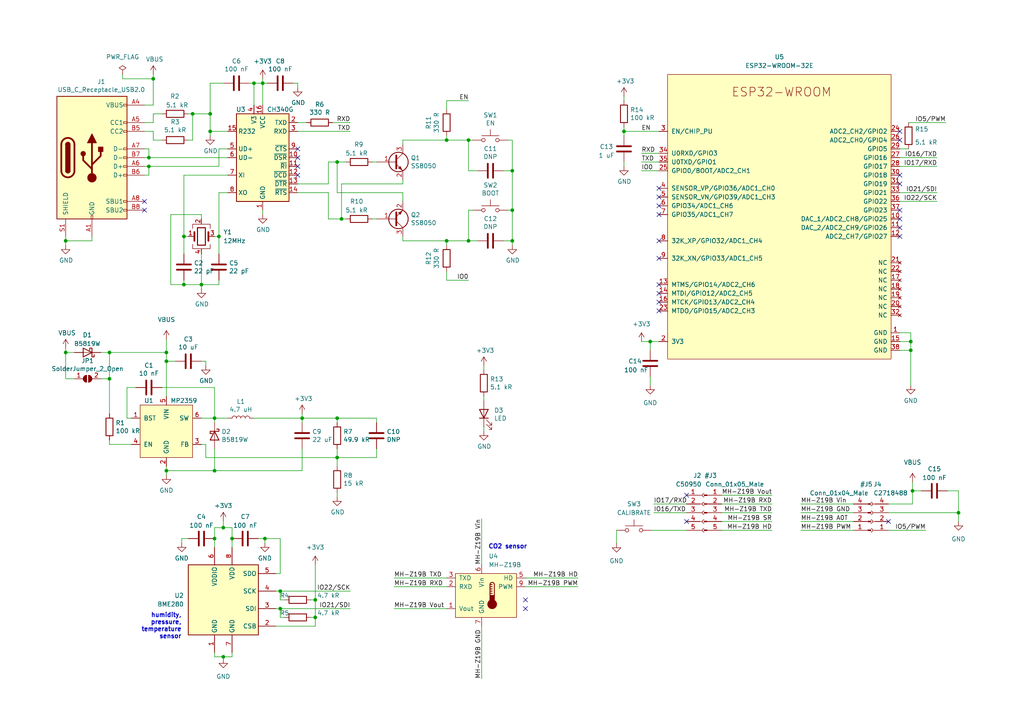
<source format=kicad_sch>
(kicad_sch (version 20211123) (generator eeschema)
  (paper "A4")
  (title_block (title "GSH ESP32 environment sensor") (date "2022-02-24") (rev "A") (company "GSH-LAN e.V.") (comment 1 "Philip 'ShokiNN' Henning"))
  (lib_symbols
    (symbol "Connector:Conn_01x04_Female" (pin_names (offset 1.016) hide)
      (property "Reference" "J" (at 0 5.08 0))
      (property "Value" "Conn_01x04_Female" (at 0 -7.62 0))
      (symbol "Conn_01x04_Female_1_1"
        (pin passive line (at -5.08 2.54 0) (length 3.81) (name "Pin_1") (number "1"))
        (pin passive line (at -5.08 0 0) (length 3.81) (name "Pin_2") (number "2"))
        (pin passive line (at -5.08 -2.54 0) (length 3.81) (name "Pin_3") (number "3"))
        (pin passive line (at -5.08 -5.08 0) (length 3.81) (name "Pin_4") (number "4"))
      )
    )
    (symbol "Connector:Conn_01x04_Male" (pin_names (offset 1.016) hide)
      (property "Reference" "J" (at 0 5.08 0))
      (property "Value" "Conn_01x04_Male" (at 0 -7.62 0))
      (symbol "Conn_01x04_Male_1_1"
        (pin passive line (at 5.08 2.54 180) (length 3.81) (name "Pin_1") (number "1"))
        (pin passive line (at 5.08 0 180) (length 3.81) (name "Pin_2") (number "2"))
        (pin passive line (at 5.08 -2.54 180) (length 3.81) (name "Pin_3") (number "3"))
        (pin passive line (at 5.08 -5.08 180) (length 3.81) (name "Pin_4") (number "4"))
      )
    )
    (symbol "Connector:Conn_01x05_Female" (pin_names (offset 1.016) hide)
      (property "Reference" "J" (at 0 7.62 0))
      (property "Value" "Conn_01x05_Female" (at 0 -7.62 0))
      (symbol "Conn_01x05_Female_1_1"
        (pin passive line (at -5.08 5.08 0) (length 3.81) (name "Pin_1") (number "1"))
        (pin passive line (at -5.08 2.54 0) (length 3.81) (name "Pin_2") (number "2"))
        (pin passive line (at -5.08 0 0) (length 3.81) (name "Pin_3") (number "3"))
        (pin passive line (at -5.08 -2.54 0) (length 3.81) (name "Pin_4") (number "4"))
        (pin passive line (at -5.08 -5.08 0) (length 3.81) (name "Pin_5") (number "5"))
      )
    )
    (symbol "Connector:Conn_01x05_Male" (pin_names (offset 1.016) hide)
      (property "Reference" "J" (at 0 7.62 0))
      (property "Value" "Conn_01x05_Male" (at 0 -7.62 0))
      (symbol "Conn_01x05_Male_1_1"
        (pin passive line (at 5.08 5.08 180) (length 3.81) (name "Pin_1") (number "1"))
        (pin passive line (at 5.08 2.54 180) (length 3.81) (name "Pin_2") (number "2"))
        (pin passive line (at 5.08 0 180) (length 3.81) (name "Pin_3") (number "3"))
        (pin passive line (at 5.08 -2.54 180) (length 3.81) (name "Pin_4") (number "4"))
        (pin passive line (at 5.08 -5.08 180) (length 3.81) (name "Pin_5") (number "5"))
      )
    )
    (symbol "Connector:USB_C_Receptacle_USB2.0" (pin_names (offset 1.016))
      (property "Reference" "J" (at -10.16 19.05 0))
      (property "Value" "USB_C_Receptacle_USB2.0" (at 19.05 19.05 0))
      (symbol "USB_C_Receptacle_USB2.0_1_1"
        (pin passive line (at 0 -22.86 90) (length 5.08) (name "GND") (number "A1"))
        (pin passive line (at 0 -22.86 90) (length 5.08) hide (name "GND") (number "A12"))
        (pin passive line (at 15.24 15.24 180) (length 5.08) (name "VBUS") (number "A4"))
        (pin bidirectional line (at 15.24 10.16 180) (length 5.08) (name "CC1") (number "A5"))
        (pin bidirectional line (at 15.24 -2.54 180) (length 5.08) (name "D+") (number "A6"))
        (pin bidirectional line (at 15.24 2.54 180) (length 5.08) (name "D-") (number "A7"))
        (pin bidirectional line (at 15.24 -12.7 180) (length 5.08) (name "SBU1") (number "A8"))
        (pin passive line (at 15.24 15.24 180) (length 5.08) hide (name "VBUS") (number "A9"))
        (pin passive line (at 0 -22.86 90) (length 5.08) hide (name "GND") (number "B1"))
        (pin passive line (at 0 -22.86 90) (length 5.08) hide (name "GND") (number "B12"))
        (pin passive line (at 15.24 15.24 180) (length 5.08) hide (name "VBUS") (number "B4"))
        (pin bidirectional line (at 15.24 7.62 180) (length 5.08) (name "CC2") (number "B5"))
        (pin bidirectional line (at 15.24 -5.08 180) (length 5.08) (name "D+") (number "B6"))
        (pin bidirectional line (at 15.24 0 180) (length 5.08) (name "D-") (number "B7"))
        (pin bidirectional line (at 15.24 -15.24 180) (length 5.08) (name "SBU2") (number "B8"))
        (pin passive line (at 15.24 15.24 180) (length 5.08) hide (name "VBUS") (number "B9"))
        (pin passive line (at -7.62 -22.86 90) (length 5.08) (name "SHIELD") (number "S1"))
      )
    )
    (symbol "Device:C" (pin_numbers hide) (pin_names (offset 0.254))
      (property "Reference" "C" (at 0.635 2.54 0))
      (property "Value" "C" (at 0.635 -2.54 0))
      (symbol "C_1_1"
        (pin passive line (at 0 3.81 270) (length 2.794) (name "~") (number "1"))
        (pin passive line (at 0 -3.81 90) (length 2.794) (name "~") (number "2"))
      )
    )
    (symbol "Device:Crystal_GND24" (pin_names (offset 1.016) hide)
      (property "Reference" "Y" (at 3.175 5.08 0))
      (property "Value" "Crystal_GND24" (at 3.175 3.175 0))
      (symbol "Crystal_GND24_1_1"
        (pin passive line (at -3.81 0 0) (length 1.27) (name "1") (number "1"))
        (pin passive line (at 0 5.08 270) (length 1.27) (name "2") (number "2"))
        (pin passive line (at 3.81 0 180) (length 1.27) (name "3") (number "3"))
        (pin passive line (at 0 -5.08 90) (length 1.27) (name "4") (number "4"))
      )
    )
    (symbol "Device:D_Schottky" (pin_numbers hide) (pin_names (offset 1.016) hide)
      (property "Reference" "D" (at 0 2.54 0))
      (property "Value" "D_Schottky" (at 0 -2.54 0))
      (symbol "D_Schottky_1_1"
        (pin passive line (at -3.81 0 0) (length 2.54) (name "K") (number "1"))
        (pin passive line (at 3.81 0 180) (length 2.54) (name "A") (number "2"))
      )
    )
    (symbol "Device:L" (pin_numbers hide) (pin_names (offset 1.016) hide)
      (property "Reference" "L" (at -1.27 0 90))
      (property "Value" "L" (at 1.905 0 90))
      (symbol "L_1_1"
        (pin passive line (at 0 3.81 270) (length 1.27) (name "1") (number "1"))
        (pin passive line (at 0 -3.81 90) (length 1.27) (name "2") (number "2"))
      )
    )
    (symbol "Device:LED" (pin_numbers hide) (pin_names (offset 1.016) hide)
      (property "Reference" "D" (at 0 2.54 0))
      (property "Value" "LED" (at 0 -2.54 0))
      (symbol "LED_1_1"
        (pin passive line (at -3.81 0 0) (length 2.54) (name "K") (number "1"))
        (pin passive line (at 3.81 0 180) (length 2.54) (name "A") (number "2"))
      )
    )
    (symbol "Device:R" (pin_numbers hide) (pin_names (offset 0))
      (property "Reference" "R" (at 2.032 0 90))
      (property "Value" "R" (at 0 0 90))
      (symbol "R_1_1"
        (pin passive line (at 0 3.81 270) (length 1.27) (name "~") (number "1"))
        (pin passive line (at 0 -3.81 90) (length 1.27) (name "~") (number "2"))
      )
    )
    (symbol "Espressif:ESP32-WROOM-32E" (pin_names (offset 1.016))
      (property "Reference" "U" (at 0 43.18 0))
      (property "Value" "ESP32-WROOM-32E" (at 0 -41.91 0))
      (symbol "ESP32-WROOM-32E_1_1"
        (text "ESP32-­WROOM­" (at 1.27 36.83 0) (effects (font (size 2.54 2.54))))
        (pin power_in line (at 35.56 -33.02 180) (length 2.54) (name "GND") (number "1"))
        (pin bidirectional line (at 35.56 0 180) (length 2.54) (name "DAC_1/ADC2_CH8/GPIO25") (number "10"))
        (pin bidirectional line (at 35.56 -2.54 180) (length 2.54) (name "DAC_2/ADC2_CH9/GPIO26") (number "11"))
        (pin bidirectional line (at 35.56 -5.08 180) (length 2.54) (name "ADC2_CH7/GPIO27") (number "12"))
        (pin bidirectional line (at -34.29 -19.05 0) (length 2.54) (name "MTMS/GPIO14/ADC2_CH6") (number "13"))
        (pin bidirectional line (at -34.29 -21.59 0) (length 2.54) (name "MTDI/GPIO12/ADC2_CH5") (number "14"))
        (pin power_in line (at 35.56 -35.56 180) (length 2.54) (name "GND") (number "15"))
        (pin bidirectional line (at -34.29 -24.13 0) (length 2.54) (name "MTCK/GPIO13/ADC2_CH4") (number "16"))
        (pin no_connect line (at 35.56 -17.78 180) (length 2.54) (name "NC") (number "17"))
        (pin no_connect line (at 35.56 -20.32 180) (length 2.54) (name "NC") (number "18"))
        (pin no_connect line (at 35.56 -22.86 180) (length 2.54) (name "NC") (number "19"))
        (pin power_in line (at -34.29 -35.56 0) (length 2.54) (name "3V3") (number "2"))
        (pin no_connect line (at 35.56 -25.4 180) (length 2.54) (name "NC") (number "20"))
        (pin no_connect line (at 35.56 -12.7 180) (length 2.54) (name "NC") (number "21"))
        (pin no_connect line (at 35.56 -15.24 180) (length 2.54) (name "NC") (number "22"))
        (pin bidirectional line (at -34.29 -26.67 0) (length 2.54) (name "MTDO/GPIO15/ADC2_CH3") (number "23"))
        (pin bidirectional line (at 35.56 25.4 180) (length 2.54) (name "ADC2_CH2/GPIO2") (number "24"))
        (pin bidirectional line (at -34.29 13.97 0) (length 2.54) (name "GPIO0/BOOT/ADC2_CH1") (number "25"))
        (pin bidirectional line (at 35.56 22.86 180) (length 2.54) (name "ADC2_CH0/GPIO4") (number "26"))
        (pin bidirectional line (at 35.56 17.78 180) (length 2.54) (name "GPIO16") (number "27"))
        (pin bidirectional line (at 35.56 15.24 180) (length 2.54) (name "GPIO17") (number "28"))
        (pin bidirectional line (at 35.56 20.32 180) (length 2.54) (name "GPIO5") (number "29"))
        (pin input line (at -34.29 25.4 0) (length 2.54) (name "EN/CHIP_PU") (number "3"))
        (pin bidirectional line (at 35.56 12.7 180) (length 2.54) (name "GPIO18") (number "30"))
        (pin bidirectional line (at 35.56 10.16 180) (length 2.54) (name "GPIO19") (number "31"))
        (pin no_connect line (at 35.56 -27.94 180) (length 2.54) (name "NC") (number "32"))
        (pin bidirectional line (at 35.56 7.62 180) (length 2.54) (name "GPIO21") (number "33"))
        (pin bidirectional line (at -34.29 19.05 0) (length 2.54) (name "U0RXD/GPIO3") (number "34"))
        (pin bidirectional line (at -34.29 16.51 0) (length 2.54) (name "U0TXD/GPIO1") (number "35"))
        (pin bidirectional line (at 35.56 5.08 180) (length 2.54) (name "GPIO22") (number "36"))
        (pin bidirectional line (at 35.56 2.54 180) (length 2.54) (name "GPIO23") (number "37"))
        (pin power_in line (at 35.56 -38.1 180) (length 2.54) (name "GND") (number "38"))
        (pin input line (at -34.29 8.89 0) (length 2.54) (name "SENSOR_VP/GPIO36/ADC1_CH0") (number "4"))
        (pin input line (at -34.29 6.35 0) (length 2.54) (name "SENSOR_VN/GPIO39/ADC1_CH3") (number "5"))
        (pin input line (at -34.29 3.81 0) (length 2.54) (name "GPIO34/ADC1_CH6") (number "6"))
        (pin input line (at -34.29 1.27 0) (length 2.54) (name "GPIO35/ADC1_CH7") (number "7"))
        (pin bidirectional line (at -34.29 -6.35 0) (length 2.54) (name "32K_XP/GPIO32/ADC1_CH4") (number "8"))
        (pin bidirectional line (at -34.29 -11.43 0) (length 2.54) (name "32K_XN/GPIO33/ADC1_CH5") (number "9"))
      )
    )
    (symbol "Interface_USB:CH340G"
      (property "Reference" "U" (at -5.08 13.97 0))
      (property "Value" "CH340G" (at 1.27 13.97 0))
      (symbol "CH340G_1_1"
        (pin power_in line (at 0 -15.24 90) (length 2.54) (name "GND") (number "1"))
        (pin input line (at 10.16 0 180) (length 2.54) (name "~{DSR}") (number "10"))
        (pin input line (at 10.16 -2.54 180) (length 2.54) (name "~{RI}") (number "11"))
        (pin input line (at 10.16 -5.08 180) (length 2.54) (name "~{DCD}") (number "12"))
        (pin output line (at 10.16 -7.62 180) (length 2.54) (name "~{DTR}") (number "13"))
        (pin output line (at 10.16 -10.16 180) (length 2.54) (name "~{RTS}") (number "14"))
        (pin input line (at -10.16 7.62 0) (length 2.54) (name "R232") (number "15"))
        (pin power_in line (at 0 15.24 270) (length 2.54) (name "VCC") (number "16"))
        (pin output line (at 10.16 10.16 180) (length 2.54) (name "TXD") (number "2"))
        (pin input line (at 10.16 7.62 180) (length 2.54) (name "RXD") (number "3"))
        (pin passive line (at -2.54 15.24 270) (length 2.54) (name "V3") (number "4"))
        (pin bidirectional line (at -10.16 2.54 0) (length 2.54) (name "UD+") (number "5"))
        (pin bidirectional line (at -10.16 0 0) (length 2.54) (name "UD-") (number "6"))
        (pin input line (at -10.16 -5.08 0) (length 2.54) (name "XI") (number "7"))
        (pin output line (at -10.16 -10.16 0) (length 2.54) (name "XO") (number "8"))
        (pin input line (at 10.16 2.54 180) (length 2.54) (name "~{CTS}") (number "9"))
      )
    )
    (symbol "Jumper:SolderJumper_2_Open" (pin_names (offset 0) hide)
      (property "Reference" "JP" (at 0 2.032 0))
      (property "Value" "SolderJumper_2_Open" (at 0 -2.54 0))
      (symbol "SolderJumper_2_Open_1_1"
        (pin passive line (at -3.81 0 0) (length 2.54) (name "A") (number "1"))
        (pin passive line (at 3.81 0 180) (length 2.54) (name "B") (number "2"))
      )
    )
    (symbol "Power_Management_Monolithic:MP2451" (pin_names (offset 1.016))
      (property "Reference" "U" (at -6.35 8.89 0))
      (property "Value" "MP2451" (at 5.08 8.89 0))
      (symbol "MP2451_1_1"
        (pin power_out line (at -10.16 3.81 0) (length 2.54) (name "BST") (number "1"))
        (pin power_in line (at 0 -10.16 90) (length 2.54) (name "GND") (number "2"))
        (pin input line (at 10.16 -3.81 180) (length 2.54) (name "FB") (number "3"))
        (pin input line (at -10.16 -3.81 0) (length 2.54) (name "EN") (number "4"))
        (pin power_in line (at 0 10.16 270) (length 2.54) (name "VIN") (number "5"))
        (pin output line (at 10.16 3.81 180) (length 2.54) (name "SW") (number "6"))
      )
    )
    (symbol "Sensor:BME280"
      (property "Reference" "U" (at -8.89 11.43 0))
      (property "Value" "BME280" (at 7.62 11.43 0))
      (symbol "BME280_1_1"
        (pin power_in line (at -2.54 -15.24 90) (length 5.08) (name "GND") (number "1"))
        (pin input line (at 15.24 -7.62 180) (length 5.08) (name "CSB") (number "2"))
        (pin bidirectional line (at 15.24 -2.54 180) (length 5.08) (name "SDI") (number "3"))
        (pin input line (at 15.24 2.54 180) (length 5.08) (name "SCK") (number "4"))
        (pin bidirectional line (at 15.24 7.62 180) (length 5.08) (name "SDO") (number "5"))
        (pin power_in line (at -2.54 15.24 270) (length 5.08) (name "VDDIO") (number "6"))
        (pin power_in line (at 2.54 -15.24 90) (length 5.08) (name "GND") (number "7"))
        (pin power_in line (at 2.54 15.24 270) (length 5.08) (name "VDD") (number "8"))
      )
    )
    (symbol "Switch:SW_Push" (pin_numbers hide) (pin_names (offset 1.016) hide)
      (property "Reference" "SW" (at 1.27 2.54 0))
      (property "Value" "SW_Push" (at 0 -1.524 0))
      (symbol "SW_Push_0_1"
        (pin passive line (at -5.08 0 0) (length 2.54) (name "1") (number "1"))
        (pin passive line (at 5.08 0 180) (length 2.54) (name "2") (number "2"))
      )
    )
    (symbol "Transistor_BJT:MMBT3904" (pin_names (offset 0) hide)
      (property "Reference" "Q" (at 5.08 1.905 0))
      (property "Value" "MMBT3904" (at 5.08 0 0))
      (symbol "MMBT3904_1_1"
        (pin input line (at -5.08 0 0) (length 5.715) (name "B") (number "1"))
        (pin passive line (at 2.54 -5.08 90) (length 2.54) (name "E") (number "2"))
        (pin passive line (at 2.54 5.08 270) (length 2.54) (name "C") (number "3"))
      )
    )
    (symbol "mh_z19b:MH-Z19B" (pin_names (offset 1.016))
      (property "Reference" "U" (at -6.35 7.62 0))
      (property "Value" "MH-Z19B" (at 5.08 7.62 0))
      (symbol "MH-Z19B_1_1"
        (pin power_out line (at -10.16 -3.81 0) (length 2.54) (name "Vout") (number "1"))
        (pin input line (at -10.16 2.54 0) (length 2.54) (name "RXD") (number "2"))
        (pin output line (at -10.16 5.08 0) (length 2.54) (name "TXD") (number "3"))
        (pin passive line (at 12.7 -3.81 180) (length 2.54) hide (name "SR") (number "4"))
        (pin passive line (at 12.7 5.08 180) (length 2.54) (name "HD") (number "5"))
        (pin power_in line (at 0 8.89 270) (length 2.54) (name "Vin") (number "6"))
        (pin passive line (at 0 -8.89 90) (length 2.54) (name "GND") (number "7"))
        (pin passive line (at 12.7 -1.27 180) (length 2.54) hide (name "A0T") (number "8"))
        (pin passive line (at 12.7 2.54 180) (length 2.54) (name "PWM") (number "9"))
      )
    )
    (symbol "power:+3V3" (power) (pin_names (offset 0))
      (property "Value" "+3V3" (at 0 3.556 0))
      (symbol "+3V3_1_1"
        (pin power_in line (at 0 0 90) (length 0) hide (name "+3V3") (number "1"))
      )
    )
    (symbol "power:GND" (power) (pin_names (offset 0))
      (property "Value" "GND" (at 0 -3.81 0))
      (symbol "GND_1_1"
        (pin power_in line (at 0 0 270) (length 0) hide (name "GND") (number "1"))
      )
    )
    (symbol "power:PWR_FLAG" (power) (pin_numbers hide) (pin_names (offset 0) hide)
      (property "Value" "PWR_FLAG" (at 0 3.81 0))
      (symbol "PWR_FLAG_0_0"
        (pin power_out line (at 0 0 90) (length 0) (name "pwr") (number "1"))
      )
    )
    (symbol "power:VBUS" (power) (pin_names (offset 0))
      (property "Value" "VBUS" (at 0 3.81 0))
      (symbol "VBUS_1_1"
        (pin power_in line (at 0 0 90) (length 0) hide (name "VBUS") (number "1"))
      )
    )
  )
  (junction (at 53.34 68.58))
  (junction (at 91.44 179.07))
  (junction (at 43.18 45.72))
  (junction (at 264.16 101.6))
  (junction (at 97.79 46.99))
  (junction (at 64.77 153.035))
  (junction (at 129.54 69.85))
  (junction (at 91.44 173.99))
  (junction (at 62.23 121.285))
  (junction (at 58.42 82.55))
  (junction (at 53.34 82.55))
  (junction (at 87.63 121.285))
  (junction (at 43.18 48.26))
  (junction (at 180.975 38.1))
  (junction (at 135.89 69.85))
  (junction (at 264.668 142.367))
  (junction (at 44.45 22.86))
  (junction (at 148.59 69.85))
  (junction (at 97.79 121.285))
  (junction (at 19.05 69.85))
  (junction (at 64.77 190.5))
  (junction (at 48.26 102.235))
  (junction (at 76.2 24.13))
  (junction (at 188.595 99.06))
  (junction (at 31.75 102.235))
  (junction (at 148.59 49.53))
  (junction (at 129.54 40.64))
  (junction (at 60.96 38.1))
  (junction (at 67.31 156.21))
  (junction (at 135.89 40.64))
  (junction (at 99.06 63.5))
  (junction (at 19.05 102.235))
  (junction (at 60.96 33.02))
  (junction (at 31.75 109.855))
  (junction (at 73.66 24.13))
  (junction (at 55.88 33.02))
  (junction (at 148.59 60.96))
  (junction (at 62.23 136.525))
  (junction (at 81.28 171.45))
  (junction (at 81.28 176.53))
  (junction (at 48.26 104.775))
  (junction (at 97.79 132.715))
  (junction (at 278.003 148.717))
  (junction (at 48.26 136.525))
  (junction (at 62.23 156.21))
  (junction (at 63.5 68.58))
  (junction (at 264.16 99.06))
  (junction (at 76.835 156.21))
  (no_connect (at 191.135 82.55))
  (no_connect (at 191.135 54.61))
  (no_connect (at 199.136 151.257))
  (no_connect (at 199.136 143.637))
  (no_connect (at 260.985 66.04))
  (no_connect (at 260.985 60.96))
  (no_connect (at 257.683 151.257))
  (no_connect (at 191.135 74.93))
  (no_connect (at 191.135 57.15))
  (no_connect (at 191.135 59.69))
  (no_connect (at 260.985 68.58))
  (no_connect (at 86.36 43.18))
  (no_connect (at 86.36 45.72))
  (no_connect (at 86.36 48.26))
  (no_connect (at 86.36 50.8))
  (no_connect (at 260.985 38.1))
  (no_connect (at 191.135 62.23))
  (no_connect (at 152.4 176.53))
  (no_connect (at 152.4 173.99))
  (no_connect (at 191.135 87.63))
  (no_connect (at 41.91 58.42))
  (no_connect (at 41.91 60.96))
  (no_connect (at 260.985 63.5))
  (no_connect (at 191.135 85.09))
  (no_connect (at 191.135 69.85))
  (no_connect (at 191.135 90.17))
  (no_connect (at 260.985 53.34))
  (no_connect (at 260.985 50.8))
  (no_connect (at 260.985 40.64))
  (wire (pts (xy 59.69 128.905) (xy 59.69 132.715)))
  (wire (pts (xy 116.84 69.85) (xy 129.54 69.85)))
  (wire (pts (xy 66.04 50.8) (xy 53.34 50.8)))
  (wire (pts (xy 264.16 96.52) (xy 260.985 96.52)))
  (wire (pts (xy 43.18 50.8) (xy 41.91 50.8)))
  (wire (pts (xy 209.296 153.797) (xy 223.901 153.797)))
  (wire (pts (xy 116.84 52.07) (xy 116.84 53.34)))
  (wire (pts (xy 66.04 38.1) (xy 60.96 38.1)))
  (wire (pts (xy 59.69 106.045) (xy 59.69 104.775)))
  (wire (pts (xy 43.18 45.72) (xy 41.91 45.72)))
  (wire (pts (xy 178.816 153.797) (xy 178.816 157.607)))
  (wire (pts (xy 44.45 38.1) (xy 44.45 40.64)))
  (wire (pts (xy 95.25 46.99) (xy 97.79 46.99)))
  (wire (pts (xy 53.34 73.66) (xy 53.34 68.58)))
  (wire (pts (xy 209.296 148.717) (xy 223.901 148.717)))
  (wire (pts (xy 44.45 21.59) (xy 44.45 22.86)))
  (wire (pts (xy 135.89 40.64) (xy 135.89 49.53)))
  (wire (pts (xy 180.975 48.26) (xy 180.975 46.99)))
  (wire (pts (xy 186.055 99.06) (xy 188.595 99.06)))
  (wire (pts (xy 64.77 151.13) (xy 64.77 153.035)))
  (wire (pts (xy 73.66 24.13) (xy 73.66 30.48)))
  (wire (pts (xy 87.63 122.555) (xy 87.63 121.285)))
  (wire (pts (xy 139.7 150.495) (xy 139.7 163.83)))
  (wire (pts (xy 129.54 31.75) (xy 129.54 29.21)))
  (wire (pts (xy 19.05 69.85) (xy 19.05 68.58)))
  (wire (pts (xy 148.59 40.64) (xy 148.59 49.53)))
  (wire (pts (xy 90.17 179.07) (xy 91.44 179.07)))
  (wire (pts (xy 81.28 179.07) (xy 82.55 179.07)))
  (wire (pts (xy 35.56 21.59) (xy 35.56 22.86)))
  (wire (pts (xy 67.31 156.21) (xy 67.31 158.75)))
  (wire (pts (xy 97.79 144.145) (xy 97.79 142.875)))
  (wire (pts (xy 62.23 121.285) (xy 66.04 121.285)))
  (wire (pts (xy 260.985 58.42) (xy 271.78 58.42)))
  (wire (pts (xy 148.59 60.96) (xy 148.59 49.53)))
  (wire (pts (xy 50.8 104.775) (xy 48.26 104.775)))
  (wire (pts (xy 186.055 49.53) (xy 191.135 49.53)))
  (wire (pts (xy 129.54 81.28) (xy 135.89 81.28)))
  (wire (pts (xy 152.4 170.18) (xy 167.64 170.18)))
  (wire (pts (xy 260.985 55.88) (xy 271.78 55.88)))
  (wire (pts (xy 19.05 102.235) (xy 19.05 109.855)))
  (wire (pts (xy 129.54 40.64) (xy 135.89 40.64)))
  (wire (pts (xy 135.89 49.53) (xy 138.43 49.53)))
  (wire (pts (xy 86.36 55.88) (xy 95.25 55.88)))
  (wire (pts (xy 76.2 30.48) (xy 76.2 24.13)))
  (wire (pts (xy 97.79 46.99) (xy 97.79 55.88)))
  (wire (pts (xy 62.23 153.035) (xy 62.23 156.21)))
  (wire (pts (xy 76.2 62.23) (xy 76.2 60.96)))
  (wire (pts (xy 109.22 121.285) (xy 109.22 122.555)))
  (wire (pts (xy 67.31 190.5) (xy 64.77 190.5)))
  (wire (pts (xy 140.335 116.205) (xy 140.335 114.935)))
  (wire (pts (xy 81.28 166.37) (xy 81.28 156.21)))
  (wire (pts (xy 52.705 156.21) (xy 52.705 157.48)))
  (wire (pts (xy 53.34 81.28) (xy 53.34 82.55)))
  (wire (pts (xy 58.42 73.66) (xy 58.42 82.55)))
  (wire (pts (xy 86.36 24.13) (xy 85.09 24.13)))
  (wire (pts (xy 35.56 22.86) (xy 44.45 22.86)))
  (wire (pts (xy 116.84 40.64) (xy 129.54 40.64)))
  (wire (pts (xy 67.31 153.035) (xy 67.31 156.21)))
  (wire (pts (xy 114.3 176.53) (xy 129.54 176.53)))
  (wire (pts (xy 274.828 142.367) (xy 278.003 142.367)))
  (wire (pts (xy 81.28 171.45) (xy 81.28 173.99)))
  (wire (pts (xy 48.26 104.775) (xy 48.26 114.935)))
  (wire (pts (xy 140.335 125.095) (xy 140.335 123.825)))
  (wire (pts (xy 139.7 181.61) (xy 139.7 196.85)))
  (wire (pts (xy 109.22 132.715) (xy 109.22 130.175)))
  (wire (pts (xy 97.79 132.715) (xy 109.22 132.715)))
  (wire (pts (xy 19.05 69.85) (xy 26.67 69.85)))
  (wire (pts (xy 38.1 128.905) (xy 31.75 128.905)))
  (wire (pts (xy 81.28 173.99) (xy 82.55 173.99)))
  (wire (pts (xy 97.79 121.285) (xy 109.22 121.285)))
  (wire (pts (xy 48.26 135.255) (xy 48.26 136.525)))
  (wire (pts (xy 43.18 43.18) (xy 43.18 45.72)))
  (wire (pts (xy 260.985 45.72) (xy 271.78 45.72)))
  (wire (pts (xy 63.5 48.26) (xy 43.18 48.26)))
  (wire (pts (xy 97.79 132.715) (xy 97.79 130.175)))
  (wire (pts (xy 60.96 38.1) (xy 60.96 33.02)))
  (wire (pts (xy 66.04 45.72) (xy 43.18 45.72)))
  (wire (pts (xy 97.79 55.88) (xy 116.84 55.88)))
  (wire (pts (xy 264.16 101.6) (xy 264.16 99.06)))
  (wire (pts (xy 129.54 40.64) (xy 129.54 39.37)))
  (wire (pts (xy 274.32 35.56) (xy 263.525 35.56)))
  (wire (pts (xy 53.34 50.8) (xy 53.34 68.58)))
  (wire (pts (xy 135.89 60.96) (xy 137.16 60.96)))
  (wire (pts (xy 46.99 112.395) (xy 62.23 112.395)))
  (wire (pts (xy 87.63 136.525) (xy 87.63 130.175)))
  (wire (pts (xy 63.5 82.55) (xy 63.5 81.28)))
  (wire (pts (xy 148.59 69.85) (xy 146.05 69.85)))
  (wire (pts (xy 257.683 148.717) (xy 278.003 148.717)))
  (wire (pts (xy 36.83 112.395) (xy 36.83 121.285)))
  (wire (pts (xy 80.01 181.61) (xy 91.44 181.61)))
  (wire (pts (xy 90.17 173.99) (xy 91.44 173.99)))
  (wire (pts (xy 41.91 48.26) (xy 43.18 48.26)))
  (wire (pts (xy 81.28 171.45) (xy 101.6 171.45)))
  (wire (pts (xy 67.31 189.23) (xy 67.31 190.5)))
  (wire (pts (xy 63.5 68.58) (xy 62.23 68.58)))
  (wire (pts (xy 260.985 99.06) (xy 264.16 99.06)))
  (wire (pts (xy 91.44 179.07) (xy 91.44 181.61)))
  (wire (pts (xy 232.283 151.257) (xy 247.523 151.257)))
  (wire (pts (xy 31.75 109.855) (xy 31.75 102.235)))
  (wire (pts (xy 59.69 104.775) (xy 58.42 104.775)))
  (wire (pts (xy 49.53 82.55) (xy 53.34 82.55)))
  (wire (pts (xy 74.93 156.21) (xy 76.835 156.21)))
  (wire (pts (xy 60.96 33.02) (xy 60.96 24.13)))
  (wire (pts (xy 264.668 142.367) (xy 264.668 146.177)))
  (wire (pts (xy 80.01 171.45) (xy 81.28 171.45)))
  (wire (pts (xy 19.05 71.12) (xy 19.05 69.85)))
  (wire (pts (xy 73.66 121.285) (xy 87.63 121.285)))
  (wire (pts (xy 86.36 35.56) (xy 88.9 35.56)))
  (wire (pts (xy 129.54 69.85) (xy 135.89 69.85)))
  (wire (pts (xy 91.44 163.83) (xy 91.44 173.99)))
  (wire (pts (xy 209.296 143.637) (xy 223.901 143.637)))
  (wire (pts (xy 44.45 22.86) (xy 44.45 30.48)))
  (wire (pts (xy 62.23 122.555) (xy 62.23 121.285)))
  (wire (pts (xy 41.91 43.18) (xy 43.18 43.18)))
  (wire (pts (xy 107.95 63.5) (xy 109.22 63.5)))
  (wire (pts (xy 96.52 35.56) (xy 101.6 35.56)))
  (wire (pts (xy 129.54 29.21) (xy 135.89 29.21)))
  (wire (pts (xy 63.5 73.66) (xy 63.5 68.58)))
  (wire (pts (xy 109.22 46.99) (xy 107.95 46.99)))
  (wire (pts (xy 264.16 99.06) (xy 264.16 96.52)))
  (wire (pts (xy 147.32 40.64) (xy 148.59 40.64)))
  (wire (pts (xy 209.296 146.177) (xy 223.901 146.177)))
  (wire (pts (xy 62.23 136.525) (xy 48.26 136.525)))
  (wire (pts (xy 188.976 153.797) (xy 199.136 153.797)))
  (wire (pts (xy 39.37 112.395) (xy 36.83 112.395)))
  (wire (pts (xy 76.835 156.21) (xy 76.835 157.48)))
  (wire (pts (xy 278.003 142.367) (xy 278.003 148.717)))
  (wire (pts (xy 41.91 35.56) (xy 44.45 35.56)))
  (wire (pts (xy 72.39 24.13) (xy 73.66 24.13)))
  (wire (pts (xy 81.28 176.53) (xy 101.6 176.53)))
  (wire (pts (xy 189.611 148.717) (xy 199.136 148.717)))
  (wire (pts (xy 260.985 101.6) (xy 264.16 101.6)))
  (wire (pts (xy 59.69 132.715) (xy 97.79 132.715)))
  (wire (pts (xy 232.283 153.797) (xy 247.523 153.797)))
  (wire (pts (xy 264.668 142.367) (xy 267.208 142.367)))
  (wire (pts (xy 97.79 46.99) (xy 100.33 46.99)))
  (wire (pts (xy 76.2 24.13) (xy 76.2 22.86)))
  (wire (pts (xy 58.42 128.905) (xy 59.69 128.905)))
  (wire (pts (xy 87.63 121.285) (xy 97.79 121.285)))
  (wire (pts (xy 58.42 82.55) (xy 63.5 82.55)))
  (wire (pts (xy 81.28 176.53) (xy 81.28 179.07)))
  (wire (pts (xy 186.055 46.99) (xy 191.135 46.99)))
  (wire (pts (xy 114.3 170.18) (xy 129.54 170.18)))
  (wire (pts (xy 36.83 121.285) (xy 38.1 121.285)))
  (wire (pts (xy 76.2 24.13) (xy 77.47 24.13)))
  (wire (pts (xy 49.53 62.23) (xy 49.53 82.55)))
  (wire (pts (xy 152.4 167.64) (xy 167.64 167.64)))
  (wire (pts (xy 95.25 53.34) (xy 86.36 53.34)))
  (wire (pts (xy 55.88 40.64) (xy 55.88 33.02)))
  (wire (pts (xy 80.01 176.53) (xy 81.28 176.53)))
  (wire (pts (xy 129.54 71.12) (xy 129.54 69.85)))
  (wire (pts (xy 62.23 189.23) (xy 62.23 190.5)))
  (wire (pts (xy 91.44 173.99) (xy 91.44 179.07)))
  (wire (pts (xy 116.84 41.91) (xy 116.84 40.64)))
  (wire (pts (xy 66.04 55.88) (xy 63.5 55.88)))
  (wire (pts (xy 114.3 167.64) (xy 129.54 167.64)))
  (wire (pts (xy 62.23 156.21) (xy 62.23 158.75)))
  (wire (pts (xy 188.595 99.06) (xy 191.135 99.06)))
  (wire (pts (xy 86.36 25.4) (xy 86.36 24.13)))
  (wire (pts (xy 58.42 83.82) (xy 58.42 82.55)))
  (wire (pts (xy 186.055 44.45) (xy 191.135 44.45)))
  (wire (pts (xy 100.33 63.5) (xy 99.06 63.5)))
  (wire (pts (xy 62.23 136.525) (xy 62.23 130.175)))
  (wire (pts (xy 63.5 43.18) (xy 63.5 48.26)))
  (wire (pts (xy 58.42 121.285) (xy 62.23 121.285)))
  (wire (pts (xy 54.61 156.21) (xy 52.705 156.21)))
  (wire (pts (xy 232.283 148.717) (xy 247.523 148.717)))
  (wire (pts (xy 116.84 55.88) (xy 116.84 58.42)))
  (wire (pts (xy 147.32 60.96) (xy 148.59 60.96)))
  (wire (pts (xy 55.88 33.02) (xy 60.96 33.02)))
  (wire (pts (xy 73.66 24.13) (xy 76.2 24.13)))
  (wire (pts (xy 64.77 153.035) (xy 67.31 153.035)))
  (wire (pts (xy 257.683 146.177) (xy 264.668 146.177)))
  (wire (pts (xy 31.75 120.015) (xy 31.75 109.855)))
  (wire (pts (xy 64.77 190.5) (xy 62.23 190.5)))
  (wire (pts (xy 97.79 135.255) (xy 97.79 132.715)))
  (wire (pts (xy 129.54 78.74) (xy 129.54 81.28)))
  (wire (pts (xy 148.59 60.96) (xy 148.59 69.85)))
  (wire (pts (xy 86.36 38.1) (xy 101.6 38.1)))
  (wire (pts (xy 29.21 109.855) (xy 31.75 109.855)))
  (wire (pts (xy 63.5 55.88) (xy 63.5 68.58)))
  (wire (pts (xy 189.611 146.177) (xy 199.136 146.177)))
  (wire (pts (xy 62.23 153.035) (xy 64.77 153.035)))
  (wire (pts (xy 53.34 82.55) (xy 58.42 82.55)))
  (wire (pts (xy 264.668 139.827) (xy 264.668 142.367)))
  (wire (pts (xy 54.61 40.64) (xy 55.88 40.64)))
  (wire (pts (xy 264.16 111.76) (xy 264.16 101.6)))
  (wire (pts (xy 116.84 68.58) (xy 116.84 69.85)))
  (wire (pts (xy 44.45 30.48) (xy 41.91 30.48)))
  (wire (pts (xy 180.975 38.1) (xy 191.135 38.1)))
  (wire (pts (xy 140.335 106.045) (xy 140.335 107.315)))
  (wire (pts (xy 180.975 36.83) (xy 180.975 38.1)))
  (wire (pts (xy 116.84 53.34) (xy 99.06 53.34)))
  (wire (pts (xy 148.59 71.12) (xy 148.59 69.85)))
  (wire (pts (xy 188.595 109.22) (xy 188.595 111.76)))
  (wire (pts (xy 180.975 38.1) (xy 180.975 39.37)))
  (wire (pts (xy 188.595 99.06) (xy 188.595 101.6)))
  (wire (pts (xy 138.43 69.85) (xy 135.89 69.85)))
  (wire (pts (xy 80.01 166.37) (xy 81.28 166.37)))
  (wire (pts (xy 48.26 136.525) (xy 48.26 137.795)))
  (wire (pts (xy 99.06 53.34) (xy 99.06 63.5)))
  (wire (pts (xy 44.45 33.02) (xy 46.99 33.02)))
  (wire (pts (xy 135.89 69.85) (xy 135.89 60.96)))
  (wire (pts (xy 95.25 55.88) (xy 95.25 63.5)))
  (wire (pts (xy 31.75 102.235) (xy 48.26 102.235)))
  (wire (pts (xy 64.77 190.5) (xy 64.77 191.135)))
  (wire (pts (xy 232.283 146.177) (xy 247.523 146.177)))
  (wire (pts (xy 99.06 63.5) (xy 95.25 63.5)))
  (wire (pts (xy 180.975 27.94) (xy 180.975 29.21)))
  (wire (pts (xy 260.985 43.18) (xy 263.525 43.18)))
  (wire (pts (xy 95.25 46.99) (xy 95.25 53.34)))
  (wire (pts (xy 48.26 102.235) (xy 48.26 104.775)))
  (wire (pts (xy 21.59 102.235) (xy 19.05 102.235)))
  (wire (pts (xy 146.05 49.53) (xy 148.59 49.53)))
  (wire (pts (xy 58.42 62.23) (xy 49.53 62.23)))
  (wire (pts (xy 31.75 128.905) (xy 31.75 127.635)))
  (wire (pts (xy 19.05 100.965) (xy 19.05 102.235)))
  (wire (pts (xy 43.18 48.26) (xy 43.18 50.8)))
  (wire (pts (xy 60.96 39.37) (xy 60.96 38.1)))
  (wire (pts (xy 278.003 148.717) (xy 278.003 151.257)))
  (wire (pts (xy 53.34 68.58) (xy 54.61 68.58)))
  (wire (pts (xy 60.96 24.13) (xy 64.77 24.13)))
  (wire (pts (xy 19.05 109.855) (xy 21.59 109.855)))
  (wire (pts (xy 87.63 120.015) (xy 87.63 121.285)))
  (wire (pts (xy 44.45 40.64) (xy 46.99 40.64)))
  (wire (pts (xy 48.26 98.425) (xy 48.26 102.235)))
  (wire (pts (xy 97.79 121.285) (xy 97.79 122.555)))
  (wire (pts (xy 137.16 40.64) (xy 135.89 40.64)))
  (wire (pts (xy 209.296 151.257) (xy 223.901 151.257)))
  (wire (pts (xy 257.683 153.797) (xy 268.478 153.797)))
  (wire (pts (xy 62.23 136.525) (xy 87.63 136.525)))
  (wire (pts (xy 26.67 69.85) (xy 26.67 68.58)))
  (wire (pts (xy 41.91 38.1) (xy 44.45 38.1)))
  (wire (pts (xy 44.45 35.56) (xy 44.45 33.02)))
  (wire (pts (xy 66.04 43.18) (xy 63.5 43.18)))
  (wire (pts (xy 29.21 102.235) (xy 31.75 102.235)))
  (wire (pts (xy 62.23 112.395) (xy 62.23 121.285)))
  (wire (pts (xy 55.88 33.02) (xy 54.61 33.02)))
  (wire (pts (xy 58.42 63.5) (xy 58.42 62.23)))
  (wire (pts (xy 260.985 48.26) (xy 271.78 48.26)))
  (wire (pts (xy 76.835 156.21) (xy 81.28 156.21)))
  (text "CO2 sensor" (at 141.605 159.385 0) (effects (font (size 1.27 1.27) bold) (justify left bottom)))
  (text "humidity,\npressure,\ntemperature\nsensor" (at 52.705 185.42 180) (effects (font (size 1.27 1.27) bold) (justify right bottom)))
  (label "EN" (at 135.89 29.21 180))
  (label "IO5{slash}PWM" (at 274.32 35.56 180))
  (label "MH-Z19B PWM" (at 167.64 170.18 180))
  (label "MH-Z19B HD" (at 223.901 153.797 180))
  (label "IO21{slash}SDI" (at 101.6 176.53 180))
  (label "IO17{slash}RXD" (at 189.611 146.177 0))
  (label "IO17{slash}RXD" (at 271.78 48.26 180))
  (label "EN" (at 186.055 38.1 0))
  (label "MH-Z19B Vout" (at 223.901 143.637 180))
  (label "IO21{slash}SDI" (at 271.78 55.88 180))
  (label "IO5{slash}PWM" (at 268.478 153.797 180))
  (label "MH-Z19B TXD" (at 114.3 167.64 0))
  (label "RXD" (at 186.055 44.45 0))
  (label "IO22{slash}SCK" (at 271.78 58.42 180))
  (label "MH-Z19B SR" (at 223.901 151.257 180))
  (label "MH-Z19B TXD" (at 223.901 148.717 180))
  (label "MH-Z19B Vin" (at 139.7 150.495 270))
  (label "MH-Z19B GND" (at 232.283 148.717 0))
  (label "TXD" (at 101.6 38.1 180))
  (label "IO22{slash}SCK" (at 101.6 171.45 180))
  (label "TXD" (at 186.055 46.99 0))
  (label "MH-Z19B GND" (at 139.7 196.85 90))
  (label "IO16{slash}TXD" (at 271.78 45.72 180))
  (label "MH-Z19B RXD" (at 223.901 146.177 180))
  (label "MH-Z19B PWM" (at 232.283 153.797 0))
  (label "IO0" (at 186.055 49.53 0))
  (label "MH-Z19B A0T" (at 232.283 151.257 0))
  (label "MH-Z19B RXD" (at 114.3 170.18 0))
  (label "IO0" (at 135.89 81.28 180))
  (label "MH-Z19B Vout" (at 114.3 176.53 0))
  (label "MH-Z19B HD" (at 167.64 167.64 180))
  (label "RXD" (at 101.6 35.56 180))
  (label "IO16{slash}TXD" (at 189.611 148.717 0))
  (label "MH-Z19B Vin" (at 232.283 146.177 0))
  (symbol (lib_id "Device:R") (at 86.36 179.07 90) (unit 1)
    (property "Reference" "R5" (at 82.55 177.8 90))
    (property "Value" "4.7 kR" (at 95.25 177.8 90))
  )
  (symbol (lib_id "power:VBUS") (at 19.05 100.965 0) (unit 1)
    (property "Reference" "#PWR02" (effects hide))
    (property "Value" "VBUS" (at 19.431 96.5708 0))
  )
  (symbol (lib_id "power:GND") (at 76.835 157.48 0) (unit 1)
    (property "Reference" "#PWR014" (effects hide))
    (property "Value" "GND" (at 76.835 161.925 0))
  )
  (symbol (lib_id "Device:C") (at 87.63 126.365 0) (unit 1)
    (property "Reference" "C9" (at 90.551 125.1966 0) (effects (justify left)))
    (property "Value" "22 uF" (at 90.551 127.508 0) (effects (justify left)))
    (property "Footprint" "Capacitor_SMD:C_0603_1608Metric" (effects hide))
    (property "LCSC" "C59461" (effects hide))
  )
  (symbol (lib_id "power:GND") (at 19.05 71.12 0) (unit 1)
    (property "Reference" "#PWR01" (effects hide))
    (property "Value" "GND" (at 19.177 75.5142 0))
  )
  (symbol (lib_id "Device:R") (at 263.525 39.37 180) (unit 1)
    (property "Reference" "R15" (at 267.335 37.465 0))
    (property "Value" "5.1 kR" (at 268.605 41.275 0))
  )
  (symbol (lib_id "Device:C") (at 81.28 24.13 270) (unit 1)
    (property "Reference" "C8" (at 81.28 17.7292 90))
    (property "Value" "100 nF" (at 81.28 20.0406 90))
    (property "Footprint" "Capacitor_SMD:C_0402_1005Metric" (effects hide))
    (property "LCSC" "C1525" (effects hide))
  )
  (symbol (lib_id "power:GND") (at 76.2 62.23 0) (unit 1)
    (property "Reference" "#PWR013" (effects hide))
    (property "Value" "GND" (at 76.327 66.6242 0))
  )
  (symbol (lib_id "Device:R") (at 97.79 139.065 0) (unit 1)
    (property "Reference" "R8" (at 99.568 137.8966 0) (effects (justify left)))
    (property "Value" "15 kR" (at 99.568 140.208 0) (effects (justify left)))
    (property "Footprint" "Resistor_SMD:R_0402_1005Metric" (effects hide))
    (property "LCSC" "C25756" (effects hide))
  )
  (symbol (lib_id "Switch:SW_Push") (at 183.896 153.797 0) (unit 1)
    (property "Reference" "SW3" (at 183.896 146.177 0))
    (property "Value" "CALIBRATE" (at 183.896 148.717 0))
  )
  (symbol (lib_id "Espressif:ESP32-WROOM-32E") (at 225.425 63.5 0) (unit 1)
    (property "Reference" "U5" (at 226.06 16.51 0))
    (property "Value" "ESP32-WROOM-32E" (at 226.06 19.05 0))
    (property "Footprint" "Espressif:ESP32-WROOM-32E" (effects hide))
    (property "Datasheet" "https://www.espressif.com/sites/default/files/documentation/esp32-wroom-32e_esp32-wroom-32ue_datasheet_en.pdf" (effects hide))
  )
  (symbol (lib_id "Device:D_Schottky") (at 62.23 126.365 270) (unit 1)
    (property "Reference" "D2" (at 64.2366 125.1966 90) (effects (justify left)))
    (property "Value" "B5819W" (at 64.2366 127.508 90) (effects (justify left)))
    (property "Footprint" "Diode_SMD:D_SOD-123" (effects hide))
    (property "LCSC" "C8598" (effects hide))
  )
  (symbol (lib_id "Device:R") (at 129.54 74.93 0) (unit 1)
    (property "Reference" "R12" (at 124.2822 74.93 90))
    (property "Value" "330 R" (at 126.5936 74.93 90))
    (property "Footprint" "Resistor_SMD:R_0402_1005Metric" (effects hide))
    (property "LCSC" "C25104" (effects hide))
  )
  (symbol (lib_id "power:+3V3") (at 180.975 27.94 0) (unit 1)
    (property "Reference" "#PWR022" (effects hide))
    (property "Value" "+3V3" (at 181.356 23.5458 0))
  )
  (symbol (lib_id "Transistor_BJT:MMBT3904") (at 114.3 46.99 0) (unit 1)
    (property "Reference" "Q1" (at 119.126 45.8216 0) (effects (justify left)))
    (property "Value" "SS8050" (at 119.126 48.133 0) (effects (justify left)))
    (property "Footprint" "Package_TO_SOT_SMD:SOT-23" (effects hide))
    (property "Datasheet" "https://www.fairchildsemi.com/datasheets/2N/2N3904.pdf" (effects hide))
    (property "LCSC" "C2150" (effects hide))
  )
  (symbol (lib_id "Device:R") (at 86.36 173.99 90) (unit 1)
    (property "Reference" "R4" (at 82.55 172.72 90))
    (property "Value" "4.7 kR" (at 95.25 172.72 90))
  )
  (symbol (lib_id "Switch:SW_Push") (at 142.24 60.96 0) (unit 1)
    (property "Reference" "SW2" (at 142.24 53.721 0))
    (property "Value" "BOOT" (at 142.24 56.0324 0))
    (property "Footprint" "Button_Switch_SMD:SW_Push_SPST_NO_Alps_SKRK" (effects hide))
    (property "LCSC" "C115357" (effects hide))
  )
  (symbol (lib_id "power:GND") (at 178.816 157.607 0) (unit 1)
    (property "Reference" "#PWR029" (effects hide))
    (property "Value" "GND" (at 178.816 162.687 0))
  )
  (symbol (lib_id "Device:R") (at 50.8 40.64 270) (unit 1)
    (property "Reference" "R3" (at 50.8 35.3822 90))
    (property "Value" "5.1 kR" (at 50.8 37.6936 90))
    (property "Footprint" "Resistor_SMD:R_0402_1005Metric" (effects hide))
    (property "LCSC" " C25905" (effects hide))
  )
  (symbol (lib_id "mh_z19b:MH-Z19B") (at 139.7 172.72 0) (unit 1)
    (property "Reference" "U4" (at 141.7194 161.29 0) (effects (justify left)))
    (property "Value" "MH-Z19B" (at 141.7194 163.83 0) (effects (justify left)))
    (property "Footprint" "sensor_Carbon_dioxide:mh-z19b" (effects hide))
    (property "Datasheet" "https://www.winsen-sensor.com/d/files/MH-Z19B.pdf" (effects hide))
  )
  (symbol (lib_id "Power_Management_Monolithic:MP2451") (at 48.26 125.095 0) (unit 1)
    (property "Reference" "U1" (at 43.18 116.205 0))
    (property "Value" "MP2359" (at 53.34 116.205 0))
    (property "Footprint" "Package_TO_SOT_SMD:SOT-23-6" (effects hide))
    (property "Datasheet" "https://www.monolithicpower.com/en/documentview/productdocument/index/version/2/document_type/Datasheet/lang/en/sku/MP2359/document_id/228/" (effects hide))
    (property "LCSC" "C14259" (effects hide))
  )
  (symbol (lib_id "power:GND") (at 86.36 25.4 0) (unit 1)
    (property "Reference" "#PWR015" (effects hide))
    (property "Value" "GND" (at 86.487 29.7942 0))
  )
  (symbol (lib_id "power:+3V3") (at 140.335 106.045 0) (unit 1)
    (property "Reference" "#PWR019" (effects hide))
    (property "Value" "+3V3" (at 140.716 101.6508 0))
  )
  (symbol (lib_id "power:VBUS") (at 44.45 21.59 0) (unit 1)
    (property "Reference" "#PWR03" (effects hide))
    (property "Value" "VBUS" (at 44.831 17.1958 0))
  )
  (symbol (lib_id "power:GND") (at 180.975 48.26 0) (unit 1)
    (property "Reference" "#PWR023" (effects hide))
    (property "Value" "GND" (at 181.102 52.6542 0))
  )
  (symbol (lib_id "Device:C") (at 43.18 112.395 270) (unit 1)
    (property "Reference" "C1" (at 43.18 105.9942 90))
    (property "Value" "10 nF" (at 43.18 108.3056 90))
    (property "Footprint" "Capacitor_SMD:C_0402_1005Metric" (effects hide))
    (property "LCSC" "C15195" (effects hide))
  )
  (symbol (lib_id "power:GND") (at 52.705 157.48 0) (unit 1)
    (property "Reference" "#PWR06" (effects hide))
    (property "Value" "GND" (at 52.705 161.925 0))
  )
  (symbol (lib_id "Device:R") (at 180.975 33.02 180) (unit 1)
    (property "Reference" "R14" (at 182.753 31.8516 0) (effects (justify right)))
    (property "Value" "100 kR" (at 182.753 34.163 0) (effects (justify right)))
    (property "Footprint" "Resistor_SMD:R_0402_1005Metric" (effects hide))
    (property "LCSC" "C25741" (effects hide))
  )
  (symbol (lib_id "power:GND") (at 48.26 137.795 0) (unit 1)
    (property "Reference" "#PWR0101" (effects hide))
    (property "Value" "GND" (at 48.26 142.24 0))
  )
  (symbol (lib_id "Device:C") (at 180.975 43.18 0) (unit 1)
    (property "Reference" "C13" (at 175.895 42.545 0))
    (property "Value" "1 uF" (at 175.895 45.085 0))
    (property "Footprint" "Capacitor_SMD:C_0402_1005Metric" (effects hide))
    (property "LCSC" "C52923" (effects hide))
  )
  (symbol (lib_id "power:+3V3") (at 64.77 151.13 0) (unit 1)
    (property "Reference" "#PWR010" (effects hide))
    (property "Value" "+3V3" (at 64.77 146.685 0))
  )
  (symbol (lib_id "power:GND") (at 278.003 151.257 0) (unit 1)
    (property "Reference" "#PWR028" (effects hide))
    (property "Value" "GND" (at 278.003 156.337 0))
  )
  (symbol (lib_id "Device:R") (at 97.79 126.365 0) (unit 1)
    (property "Reference" "R7" (at 99.568 125.1966 0) (effects (justify left)))
    (property "Value" "49.9 kR" (at 99.568 127.508 0) (effects (justify left)))
    (property "Footprint" "Resistor_SMD:R_0402_1005Metric" (effects hide))
    (property "LCSC" "C25897" (effects hide))
  )
  (symbol (lib_id "power:GND") (at 97.79 144.145 0) (unit 1)
    (property "Reference" "#PWR018" (effects hide))
    (property "Value" "GND" (at 97.917 148.5392 0))
  )
  (symbol (lib_id "Switch:SW_Push") (at 142.24 40.64 0) (unit 1)
    (property "Reference" "SW1" (at 142.24 33.401 0))
    (property "Value" "EN" (at 142.24 35.7124 0))
    (property "Footprint" "Button_Switch_SMD:SW_Push_SPST_NO_Alps_SKRK" (effects hide))
    (property "LCSC" "C115357" (effects hide))
  )
  (symbol (lib_id "Device:R") (at 31.75 123.825 0) (unit 1)
    (property "Reference" "R1" (at 33.528 122.6566 0) (effects (justify left)))
    (property "Value" "100 kR" (at 33.528 124.968 0) (effects (justify left)))
    (property "Footprint" "Resistor_SMD:R_0402_1005Metric" (effects hide))
    (property "LCSC" "C25741" (effects hide))
  )
  (symbol (lib_id "Connector:Conn_01x05_Female") (at 204.216 148.717 0) (unit 1)
    (property "Reference" "J2" (at 201.041 137.922 0) (effects (justify left)))
    (property "Value" "C50950" (at 195.961 140.462 0) (effects (justify left)))
    (property "LCSC" "C50950" (effects hide))
  )
  (symbol (lib_id "power:+3V3") (at 186.055 99.06 0) (unit 1)
    (property "Reference" "#PWR024" (effects hide))
    (property "Value" "+3V3" (at 186.055 93.98 0))
  )
  (symbol (lib_id "Interface_USB:CH340G") (at 76.2 45.72 0) (unit 1)
    (property "Reference" "U3" (at 69.85 31.75 0))
    (property "Value" "CH340G" (at 81.28 31.75 0))
    (property "Footprint" "Package_SO:SOIC-16_3.9x9.9mm_P1.27mm" (effects hide))
    (property "Datasheet" "http://www.wch-ic.com/downloads/file/79.html?time=2022-03-05%2004:29:24&code=w22QT3jQR4FM0SrIxIGGBQY0Q6dh2u690pWEflgr" (effects hide))
    (property "LCSC" "C14267" (effects hide))
  )
  (symbol (lib_id "Device:LED") (at 140.335 120.015 90) (unit 1)
    (property "Reference" "D3" (at 143.3068 119.0244 90) (effects (justify right)))
    (property "Value" "LED" (at 143.3068 121.3358 90) (effects (justify right)))
    (property "Footprint" "LED_SMD:LED_0603_1608Metric_Castellated" (effects hide))
    (property "LCSC" "C2286" (effects hide))
  )
  (symbol (lib_id "power:+3V3") (at 91.44 163.83 0) (unit 1)
    (property "Reference" "#PWR017" (effects hide))
    (property "Value" "+3V3" (at 91.44 158.75 0))
  )
  (symbol (lib_id "Device:R") (at 50.8 33.02 90) (unit 1)
    (property "Reference" "R2" (at 52.07 27.94 90) (effects (justify left)))
    (property "Value" "5.1 kR" (at 54.61 30.48 90) (effects (justify left)))
    (property "Footprint" "Resistor_SMD:R_0402_1005Metric" (effects hide))
    (property "LCSC" " C25905" (effects hide))
  )
  (symbol (lib_id "Device:C") (at 71.12 156.21 90) (unit 1)
    (property "Reference" "C7" (at 71.12 149.86 90))
    (property "Value" "100 nF" (at 71.12 152.4 90))
  )
  (symbol (lib_id "power:+3V3") (at 76.2 22.86 0) (unit 1)
    (property "Reference" "#PWR012" (effects hide))
    (property "Value" "+3V3" (at 76.2 17.78 0))
  )
  (symbol (lib_id "power:GND") (at 60.96 39.37 0) (unit 1)
    (property "Reference" "#PWR09" (effects hide))
    (property "Value" "GND" (at 61.087 43.7642 0))
  )
  (symbol (lib_id "Device:C") (at 142.24 69.85 270) (unit 1)
    (property "Reference" "C12" (at 142.24 63.4492 90))
    (property "Value" "DNP" (at 142.24 65.7606 90))
    (property "Footprint" "Capacitor_SMD:C_0402_1005Metric" (effects hide))
  )
  (symbol (lib_id "Device:Crystal_GND24") (at 58.42 68.58 0) (unit 1)
    (property "Reference" "Y1" (at 64.77 67.31 0) (effects (justify left)))
    (property "Value" "12MHz" (at 64.77 69.85 0) (effects (justify left)))
    (property "Footprint" "Crystal:Crystal_SMD_3225-4Pin_3.2x2.5mm" (effects hide))
    (property "LCSC" "C9002" (effects hide))
  )
  (symbol (lib_id "Connector:Conn_01x04_Female") (at 252.603 151.257 180) (unit 1)
    (property "Reference" "J4" (at 254.508 140.462 0))
    (property "Value" "C2718488" (at 258.318 143.002 0))
    (property "LCSC" "C2718488" (effects hide))
  )
  (symbol (lib_id "power:GND") (at 64.77 191.135 0) (unit 1)
    (property "Reference" "#PWR011" (effects hide))
    (property "Value" "GND" (at 64.77 196.215 0))
  )
  (symbol (lib_id "Device:C") (at 142.24 49.53 270) (unit 1)
    (property "Reference" "C11" (at 142.24 43.1292 90))
    (property "Value" "DNP" (at 142.24 45.4406 90))
    (property "Footprint" "Capacitor_SMD:C_0402_1005Metric" (effects hide))
  )
  (symbol (lib_id "power:VBUS") (at 264.668 139.827 0) (unit 1)
    (property "Reference" "#PWR026" (effects hide))
    (property "Value" "VBUS" (at 264.668 134.112 0))
  )
  (symbol (lib_id "power:GND") (at 58.42 83.82 0) (unit 1)
    (property "Reference" "#PWR07" (effects hide))
    (property "Value" "GND" (at 58.547 88.2142 0))
  )
  (symbol (lib_id "power:GND") (at 59.69 106.045 0) (unit 1)
    (property "Reference" "#PWR08" (effects hide))
    (property "Value" "GND" (at 59.817 110.4392 0))
  )
  (symbol (lib_id "Device:C") (at 68.58 24.13 270) (unit 1)
    (property "Reference" "C6" (at 68.58 17.7292 90))
    (property "Value" "100 nF" (at 68.58 20.0406 90))
    (property "Footprint" "Capacitor_SMD:C_0402_1005Metric" (effects hide))
    (property "LCSC" "C1525" (effects hide))
  )
  (symbol (lib_id "Device:C") (at 188.595 105.41 0) (unit 1)
    (property "Reference" "C14" (at 182.245 104.775 0) (effects (justify left)))
    (property "Value" "100 nF" (at 180.975 107.315 0) (effects (justify left)))
  )
  (symbol (lib_id "Device:D_Schottky") (at 25.4 102.235 180) (unit 1)
    (property "Reference" "D1" (at 26.67 97.155 0) (effects (justify left)))
    (property "Value" "B5819W" (at 29.21 99.695 0) (effects (justify left)))
    (property "Footprint" "Diode_SMD:D_SOD-123" (effects hide))
    (property "LCSC" "C8598" (effects hide))
  )
  (symbol (lib_id "Device:R") (at 129.54 35.56 0) (unit 1)
    (property "Reference" "R11" (at 124.2822 35.56 90))
    (property "Value" "330 R" (at 126.5936 35.56 90))
    (property "Footprint" "Resistor_SMD:R_0402_1005Metric" (effects hide))
    (property "LCSC" "C25104" (effects hide))
  )
  (symbol (lib_id "Transistor_BJT:MMBT3904") (at 114.3 63.5 0) (mirror x) (unit 1)
    (property "Reference" "Q2" (at 119.126 62.3316 0) (effects (justify left)))
    (property "Value" "SS8050" (at 119.126 64.643 0) (effects (justify left)))
    (property "Footprint" "Package_TO_SOT_SMD:SOT-23" (effects hide))
    (property "Datasheet" "https://www.fairchildsemi.com/datasheets/2N/2N3904.pdf" (effects hide))
    (property "LCSC" "C2150" (effects hide))
  )
  (symbol (lib_id "Jumper:SolderJumper_2_Open") (at 25.4 109.855 0) (unit 1)
    (property "Reference" "JP1" (at 25.4 104.648 0))
    (property "Value" "SolderJumper_2_Open" (at 25.4 106.9594 0))
    (property "Footprint" "Jumper:SolderJumper-2_P1.3mm_Open_Pad1.0x1.5mm" (effects hide))
  )
  (symbol (lib_id "Device:C") (at 63.5 77.47 0) (unit 1)
    (property "Reference" "C5" (at 66.421 76.3016 0) (effects (justify left)))
    (property "Value" "22 pF" (at 66.421 78.613 0) (effects (justify left)))
    (property "Footprint" "Capacitor_SMD:C_0402_1005Metric" (effects hide))
    (property "LCSC" "C1555" (effects hide))
  )
  (symbol (lib_id "power:VBUS") (at 48.26 98.425 0) (unit 1)
    (property "Reference" "#PWR04" (effects hide))
    (property "Value" "VBUS" (at 48.26 92.71 0))
  )
  (symbol (lib_id "Device:R") (at 104.14 63.5 270) (unit 1)
    (property "Reference" "R10" (at 105.41 58.42 90) (effects (justify right)))
    (property "Value" "5.1 kR" (at 106.68 60.96 90) (effects (justify right)))
    (property "Footprint" "Resistor_SMD:R_0402_1005Metric" (effects hide))
    (property "LCSC" " C25905" (effects hide))
  )
  (symbol (lib_id "Connector:Conn_01x05_Male") (at 204.216 148.717 0) (unit 1)
    (property "Reference" "#J3" (at 206.121 137.922 0))
    (property "Value" "Conn_01x05_Male" (at 213.106 140.462 0))
  )
  (symbol (lib_id "Device:C") (at 53.34 77.47 0) (unit 1)
    (property "Reference" "C2" (at 56.261 76.3016 0) (effects (justify left)))
    (property "Value" "22 pF" (at 56.261 78.613 0) (effects (justify left)))
    (property "Footprint" "Capacitor_SMD:C_0402_1005Metric" (effects hide))
    (property "LCSC" "C1555" (effects hide))
  )
  (symbol (lib_id "power:PWR_FLAG") (at 35.56 21.59 0) (unit 1)
    (property "Reference" "#FLG0101" (effects hide))
    (property "Value" "PWR_FLAG" (at 35.56 16.51 0))
  )
  (symbol (lib_id "Device:R") (at 140.335 111.125 0) (unit 1)
    (property "Reference" "R13" (at 142.113 109.9566 0) (effects (justify left)))
    (property "Value" "5.1 kR" (at 142.113 112.268 0) (effects (justify left)))
    (property "Footprint" "Resistor_SMD:R_0402_1005Metric" (effects hide))
    (property "LCSC" " C25905" (effects hide))
  )
  (symbol (lib_id "Device:L") (at 69.85 121.285 90) (unit 1)
    (property "Reference" "L1" (at 69.85 116.459 90))
    (property "Value" "4.7 uH" (at 69.85 118.7704 90))
    (property "Footprint" "Inductor_SMD:L_1210_3225Metric" (effects hide))
    (property "LCSC" "C86070" (effects hide))
  )
  (symbol (lib_id "Device:C") (at 54.61 104.775 270) (unit 1)
    (property "Reference" "C3" (at 54.61 98.3742 90))
    (property "Value" "10 uF" (at 54.61 100.6856 90))
    (property "Footprint" "Capacitor_SMD:C_0805_2012Metric" (effects hide))
    (property "LCSC" "C15850" (effects hide))
  )
  (symbol (lib_id "Device:R") (at 104.14 46.99 270) (unit 1)
    (property "Reference" "R9" (at 105.41 41.91 90) (effects (justify right)))
    (property "Value" "5.1 kR" (at 106.68 44.45 90) (effects (justify right)))
    (property "Footprint" "Resistor_SMD:R_0402_1005Metric" (effects hide))
    (property "LCSC" " C25905" (effects hide))
  )
  (symbol (lib_id "Connector:Conn_01x04_Male") (at 252.603 151.257 180) (unit 1)
    (property "Reference" "#J5" (at 249.428 140.462 0) (effects (justify right)))
    (property "Value" "Conn_01x04_Male" (at 234.823 143.002 0) (effects (justify right)))
  )
  (symbol (lib_id "Device:C") (at 58.42 156.21 90) (unit 1)
    (property "Reference" "C4" (at 58.42 149.86 90))
    (property "Value" "100 nF" (at 58.42 152.4 90))
  )
  (symbol (lib_id "Device:R") (at 92.71 35.56 270) (unit 1)
    (property "Reference" "R6" (at 92.71 30.3022 90))
    (property "Value" "330 R" (at 92.71 32.6136 90))
    (property "Footprint" "Resistor_SMD:R_0402_1005Metric" (effects hide))
    (property "LCSC" "C25104" (effects hide))
  )
  (symbol (lib_id "power:GND") (at 188.595 111.76 0) (unit 1)
    (property "Reference" "#PWR025" (effects hide))
    (property "Value" "GND" (at 188.595 116.84 0))
  )
  (symbol (lib_id "Connector:USB_C_Receptacle_USB2.0") (at 26.67 45.72 0) (unit 1)
    (property "Reference" "J1" (at 29.3878 23.6982 0))
    (property "Value" "USB_C_Receptacle_USB2.0" (at 29.3878 26.0096 0))
    (property "Footprint" "Connector_USB:USB_C_Receptacle_Palconn_UTC16-G" (effects hide))
    (property "Datasheet" "https://www.usb.org/sites/default/files/documents/usb_type-c.zip" (effects hide))
    (property "LCSC" "C167321" (effects hide))
  )
  (symbol (lib_id "power:GND") (at 264.16 111.76 0) (unit 1)
    (property "Reference" "#PWR027" (effects hide))
    (property "Value" "GND" (at 264.16 116.205 0))
  )
  (symbol (lib_id "Device:C") (at 271.018 142.367 90) (unit 1)
    (property "Reference" "C15" (at 271.018 136.017 90))
    (property "Value" "100 nF" (at 271.018 138.557 90))
  )
  (symbol (lib_id "power:GND") (at 140.335 125.095 0) (unit 1)
    (property "Reference" "#PWR020" (effects hide))
    (property "Value" "GND" (at 140.462 129.4892 0))
  )
  (symbol (lib_id "Device:C") (at 109.22 126.365 0) (unit 1)
    (property "Reference" "C10" (at 112.141 125.1966 0) (effects (justify left)))
    (property "Value" "DNP" (at 112.141 127.508 0) (effects (justify left)))
    (property "Footprint" "Capacitor_SMD:C_0402_1005Metric" (effects hide))
  )
  (symbol (lib_id "power:+3V3") (at 87.63 120.015 0) (unit 1)
    (property "Reference" "#PWR016" (effects hide))
    (property "Value" "+3V3" (at 88.011 115.6208 0))
  )
  (symbol (lib_id "Sensor:BME280") (at 64.77 173.99 0) (unit 1)
    (property "Reference" "U2" (at 53.34 172.7199 0) (effects (justify right)))
    (property "Value" "BME280" (at 53.34 175.2599 0) (effects (justify right)))
    (property "Footprint" "Package_LGA:Bosch_LGA-8_2.5x2.5mm_P0.65mm_ClockwisePinNumbering" (effects hide))
    (property "Datasheet" "https://ae-bst.resource.bosch.com/media/_tech/media/datasheets/BST-BME280-DS002.pdf" (effects hide))
  )
  (symbol (lib_id "power:GND") (at 148.59 71.12 0) (unit 1)
    (property "Reference" "#PWR021" (effects hide))
    (property "Value" "GND" (at 148.717 75.5142 0))
  )
)
</source>
